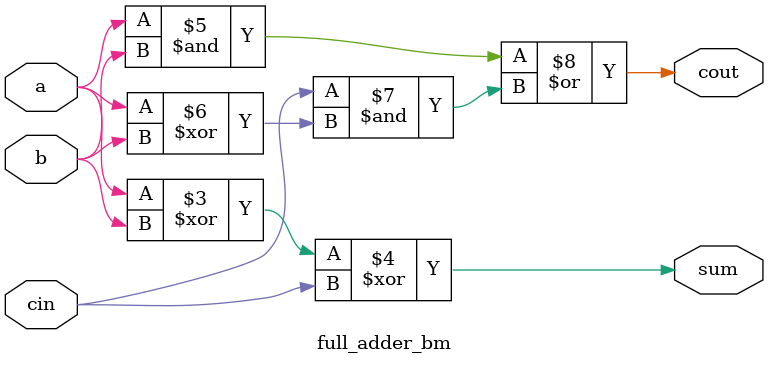
<source format=v>
`timescale 1ns / 1ps


module full_adder_bm(
input a,b,cin,
output reg sum,cout
    );
    always@(*);
    initial begin
    sum = a^b^cin;
    cout = (a & b)|(cin & (a^b));
    end
endmodule

</source>
